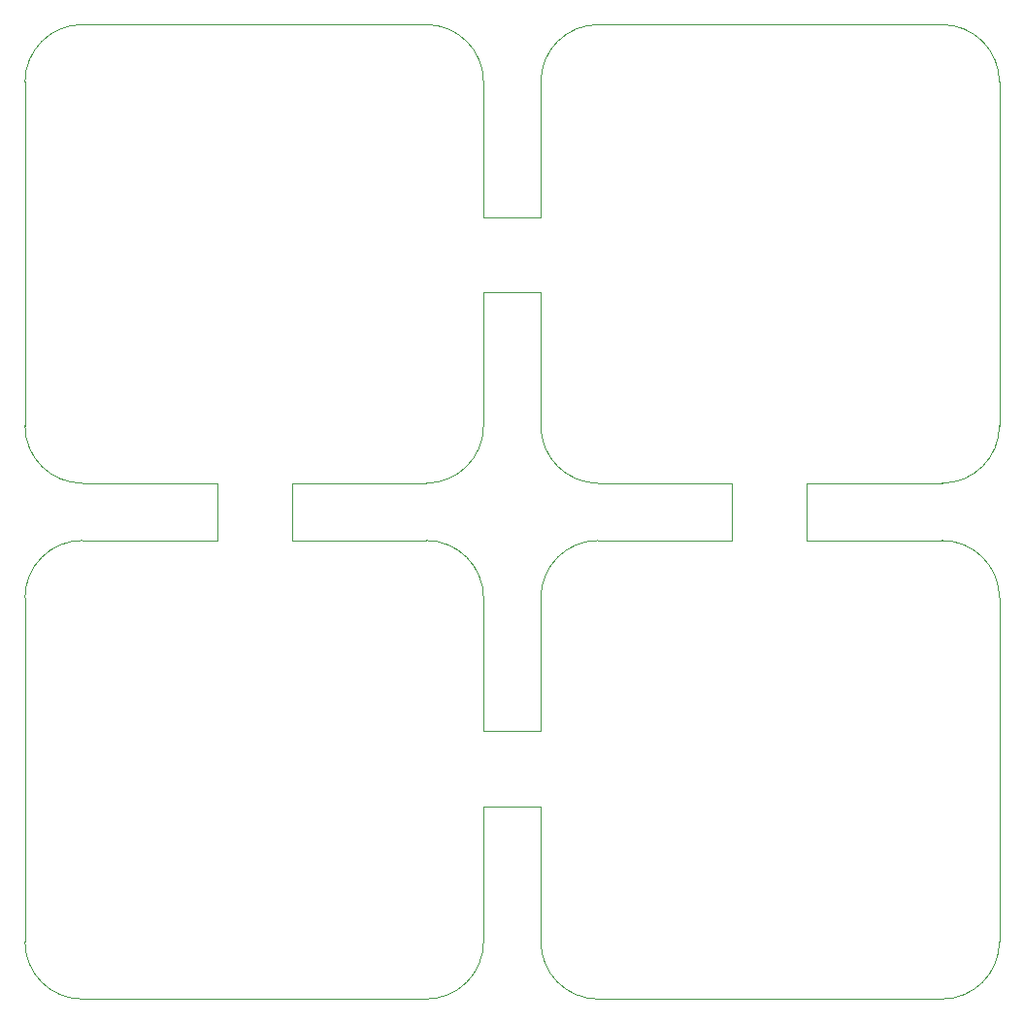
<source format=gbr>
%TF.GenerationSoftware,KiCad,Pcbnew,7.0.1*%
%TF.CreationDate,2023-09-10T14:19:26+09:00*%
%TF.ProjectId,cross_led,63726f73-735f-46c6-9564-2e6b69636164,rev?*%
%TF.SameCoordinates,Original*%
%TF.FileFunction,Profile,NP*%
%FSLAX46Y46*%
G04 Gerber Fmt 4.6, Leading zero omitted, Abs format (unit mm)*
G04 Created by KiCad (PCBNEW 7.0.1) date 2023-09-10 14:19:26*
%MOMM*%
%LPD*%
G01*
G04 APERTURE LIST*
%TA.AperFunction,Profile*%
%ADD10C,0.100000*%
%TD*%
G04 APERTURE END LIST*
D10*
X99300000Y-128800000D02*
G75*
G03*
X104300000Y-133800000I5000000J0D01*
G01*
X139300000Y-128800000D02*
X139300000Y-117000000D01*
X139300000Y-72100000D02*
X139300000Y-83800000D01*
X184300000Y-98800000D02*
G75*
G03*
X179300000Y-93800000I-5000000J0D01*
G01*
X144300000Y-128800000D02*
G75*
G03*
X149300000Y-133800000I5000000J0D01*
G01*
X134300000Y-48800000D02*
X104300000Y-48800000D01*
X149300000Y-93800000D02*
G75*
G03*
X144300000Y-98800000I0J-5000000D01*
G01*
X144300000Y-65600000D02*
X139300000Y-65600000D01*
X104300000Y-48800000D02*
G75*
G03*
X99300000Y-53800000I0J-5000000D01*
G01*
X179300000Y-88800000D02*
X167500000Y-88800000D01*
X161000000Y-93800000D02*
X149300000Y-93800000D01*
X144300000Y-83800000D02*
G75*
G03*
X149300000Y-88800000I5000000J0D01*
G01*
X134300000Y-93800000D02*
X122600000Y-93800000D01*
X104300000Y-93800000D02*
G75*
G03*
X99300000Y-98800000I0J-5000000D01*
G01*
X167500000Y-88800000D02*
X167500000Y-93800000D01*
X167500000Y-93800000D02*
X179300000Y-93800000D01*
X149300000Y-133800000D02*
X179300000Y-133800000D01*
X144300000Y-83800000D02*
X144300000Y-72100000D01*
X122600000Y-93800000D02*
X122600000Y-88800000D01*
X144300000Y-110400000D02*
X139300000Y-110400000D01*
X116100000Y-88800000D02*
X116100000Y-93800000D01*
X104300000Y-133800000D02*
X134300000Y-133800000D01*
X99300000Y-53800000D02*
X99300000Y-83800000D01*
X161000000Y-88800000D02*
X161000000Y-93800000D01*
X99300000Y-83800000D02*
G75*
G03*
X104300000Y-88800000I5000000J0D01*
G01*
X139300000Y-53800000D02*
G75*
G03*
X134300000Y-48800000I-5000000J0D01*
G01*
X122600000Y-88800000D02*
X134300000Y-88800000D01*
X139300000Y-117000000D02*
X144300000Y-117000000D01*
X179300000Y-48800000D02*
X149300000Y-48800000D01*
X179300000Y-133800000D02*
G75*
G03*
X184300000Y-128800000I0J5000000D01*
G01*
X144300000Y-98800000D02*
X144300000Y-110400000D01*
X134300000Y-88800000D02*
G75*
G03*
X139300000Y-83800000I0J5000000D01*
G01*
X116100000Y-93800000D02*
X104300000Y-93800000D01*
X184300000Y-83800000D02*
X184300000Y-53800000D01*
X139300000Y-65600000D02*
X139300000Y-53800000D01*
X104300000Y-88800000D02*
X116100000Y-88800000D01*
X179300000Y-88800000D02*
G75*
G03*
X184300000Y-83800000I0J5000000D01*
G01*
X149300000Y-48800000D02*
G75*
G03*
X144300000Y-53800000I0J-5000000D01*
G01*
X134300000Y-133800000D02*
G75*
G03*
X139300000Y-128800000I0J5000000D01*
G01*
X144300000Y-117000000D02*
X144300000Y-128800000D01*
X144300000Y-53800000D02*
X144300000Y-65600000D01*
X184300000Y-53800000D02*
G75*
G03*
X179300000Y-48800000I-5000000J0D01*
G01*
X139300000Y-98800000D02*
G75*
G03*
X134300000Y-93800000I-5000000J0D01*
G01*
X144300000Y-72100000D02*
X139300000Y-72100000D01*
X99300000Y-98800000D02*
X99300000Y-128800000D01*
X149300000Y-88800000D02*
X161000000Y-88800000D01*
X139300000Y-110400000D02*
X139300000Y-98800000D01*
X184300000Y-128800000D02*
X184300000Y-98800000D01*
M02*

</source>
